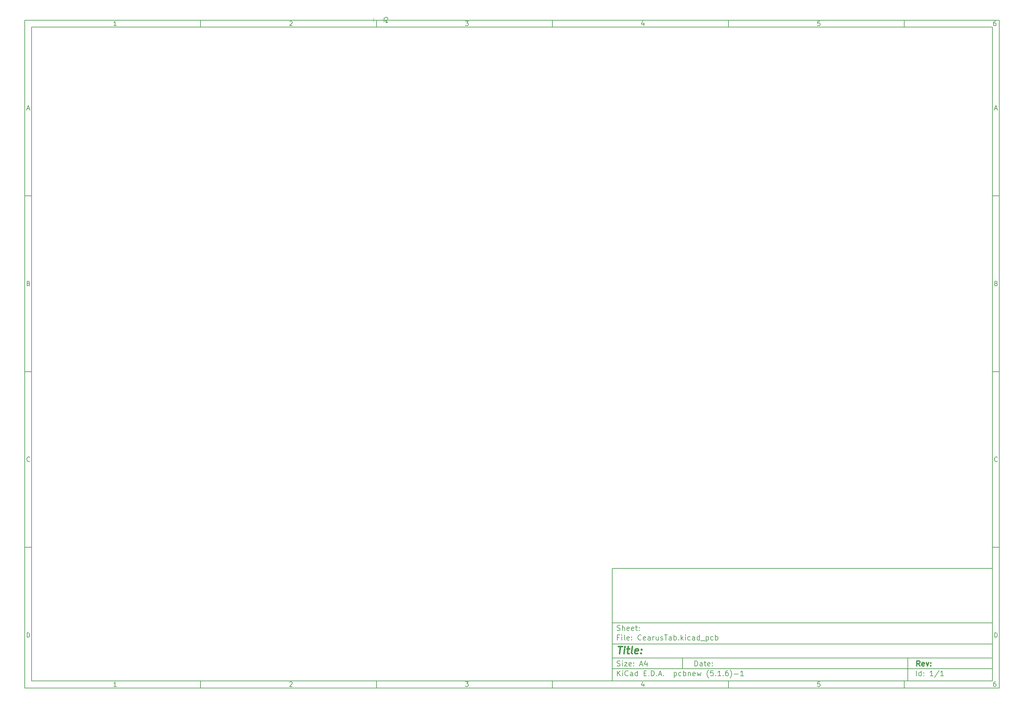
<source format=gbr>
%TF.GenerationSoftware,KiCad,Pcbnew,(5.1.6)-1*%
%TF.CreationDate,2021-02-12T14:30:02+03:00*%
%TF.ProjectId,CearusTab,43656172-7573-4546-9162-2e6b69636164,rev?*%
%TF.SameCoordinates,Original*%
%TF.FileFunction,Legend,Bot*%
%TF.FilePolarity,Positive*%
%FSLAX46Y46*%
G04 Gerber Fmt 4.6, Leading zero omitted, Abs format (unit mm)*
G04 Created by KiCad (PCBNEW (5.1.6)-1) date 2021-02-12 14:30:02*
%MOMM*%
%LPD*%
G01*
G04 APERTURE LIST*
%ADD10C,0.100000*%
%ADD11C,0.150000*%
%ADD12C,0.300000*%
%ADD13C,0.400000*%
%ADD14C,0.120000*%
G04 APERTURE END LIST*
D10*
D11*
X177002200Y-166007200D02*
X177002200Y-198007200D01*
X285002200Y-198007200D01*
X285002200Y-166007200D01*
X177002200Y-166007200D01*
D10*
D11*
X10000000Y-10000000D02*
X10000000Y-200007200D01*
X287002200Y-200007200D01*
X287002200Y-10000000D01*
X10000000Y-10000000D01*
D10*
D11*
X12000000Y-12000000D02*
X12000000Y-198007200D01*
X285002200Y-198007200D01*
X285002200Y-12000000D01*
X12000000Y-12000000D01*
D10*
D11*
X60000000Y-12000000D02*
X60000000Y-10000000D01*
D10*
D11*
X110000000Y-12000000D02*
X110000000Y-10000000D01*
D10*
D11*
X160000000Y-12000000D02*
X160000000Y-10000000D01*
D10*
D11*
X210000000Y-12000000D02*
X210000000Y-10000000D01*
D10*
D11*
X260000000Y-12000000D02*
X260000000Y-10000000D01*
D10*
D11*
X36065476Y-11588095D02*
X35322619Y-11588095D01*
X35694047Y-11588095D02*
X35694047Y-10288095D01*
X35570238Y-10473809D01*
X35446428Y-10597619D01*
X35322619Y-10659523D01*
D10*
D11*
X85322619Y-10411904D02*
X85384523Y-10350000D01*
X85508333Y-10288095D01*
X85817857Y-10288095D01*
X85941666Y-10350000D01*
X86003571Y-10411904D01*
X86065476Y-10535714D01*
X86065476Y-10659523D01*
X86003571Y-10845238D01*
X85260714Y-11588095D01*
X86065476Y-11588095D01*
D10*
D11*
X135260714Y-10288095D02*
X136065476Y-10288095D01*
X135632142Y-10783333D01*
X135817857Y-10783333D01*
X135941666Y-10845238D01*
X136003571Y-10907142D01*
X136065476Y-11030952D01*
X136065476Y-11340476D01*
X136003571Y-11464285D01*
X135941666Y-11526190D01*
X135817857Y-11588095D01*
X135446428Y-11588095D01*
X135322619Y-11526190D01*
X135260714Y-11464285D01*
D10*
D11*
X185941666Y-10721428D02*
X185941666Y-11588095D01*
X185632142Y-10226190D02*
X185322619Y-11154761D01*
X186127380Y-11154761D01*
D10*
D11*
X236003571Y-10288095D02*
X235384523Y-10288095D01*
X235322619Y-10907142D01*
X235384523Y-10845238D01*
X235508333Y-10783333D01*
X235817857Y-10783333D01*
X235941666Y-10845238D01*
X236003571Y-10907142D01*
X236065476Y-11030952D01*
X236065476Y-11340476D01*
X236003571Y-11464285D01*
X235941666Y-11526190D01*
X235817857Y-11588095D01*
X235508333Y-11588095D01*
X235384523Y-11526190D01*
X235322619Y-11464285D01*
D10*
D11*
X285941666Y-10288095D02*
X285694047Y-10288095D01*
X285570238Y-10350000D01*
X285508333Y-10411904D01*
X285384523Y-10597619D01*
X285322619Y-10845238D01*
X285322619Y-11340476D01*
X285384523Y-11464285D01*
X285446428Y-11526190D01*
X285570238Y-11588095D01*
X285817857Y-11588095D01*
X285941666Y-11526190D01*
X286003571Y-11464285D01*
X286065476Y-11340476D01*
X286065476Y-11030952D01*
X286003571Y-10907142D01*
X285941666Y-10845238D01*
X285817857Y-10783333D01*
X285570238Y-10783333D01*
X285446428Y-10845238D01*
X285384523Y-10907142D01*
X285322619Y-11030952D01*
D10*
D11*
X60000000Y-198007200D02*
X60000000Y-200007200D01*
D10*
D11*
X110000000Y-198007200D02*
X110000000Y-200007200D01*
D10*
D11*
X160000000Y-198007200D02*
X160000000Y-200007200D01*
D10*
D11*
X210000000Y-198007200D02*
X210000000Y-200007200D01*
D10*
D11*
X260000000Y-198007200D02*
X260000000Y-200007200D01*
D10*
D11*
X36065476Y-199595295D02*
X35322619Y-199595295D01*
X35694047Y-199595295D02*
X35694047Y-198295295D01*
X35570238Y-198481009D01*
X35446428Y-198604819D01*
X35322619Y-198666723D01*
D10*
D11*
X85322619Y-198419104D02*
X85384523Y-198357200D01*
X85508333Y-198295295D01*
X85817857Y-198295295D01*
X85941666Y-198357200D01*
X86003571Y-198419104D01*
X86065476Y-198542914D01*
X86065476Y-198666723D01*
X86003571Y-198852438D01*
X85260714Y-199595295D01*
X86065476Y-199595295D01*
D10*
D11*
X135260714Y-198295295D02*
X136065476Y-198295295D01*
X135632142Y-198790533D01*
X135817857Y-198790533D01*
X135941666Y-198852438D01*
X136003571Y-198914342D01*
X136065476Y-199038152D01*
X136065476Y-199347676D01*
X136003571Y-199471485D01*
X135941666Y-199533390D01*
X135817857Y-199595295D01*
X135446428Y-199595295D01*
X135322619Y-199533390D01*
X135260714Y-199471485D01*
D10*
D11*
X185941666Y-198728628D02*
X185941666Y-199595295D01*
X185632142Y-198233390D02*
X185322619Y-199161961D01*
X186127380Y-199161961D01*
D10*
D11*
X236003571Y-198295295D02*
X235384523Y-198295295D01*
X235322619Y-198914342D01*
X235384523Y-198852438D01*
X235508333Y-198790533D01*
X235817857Y-198790533D01*
X235941666Y-198852438D01*
X236003571Y-198914342D01*
X236065476Y-199038152D01*
X236065476Y-199347676D01*
X236003571Y-199471485D01*
X235941666Y-199533390D01*
X235817857Y-199595295D01*
X235508333Y-199595295D01*
X235384523Y-199533390D01*
X235322619Y-199471485D01*
D10*
D11*
X285941666Y-198295295D02*
X285694047Y-198295295D01*
X285570238Y-198357200D01*
X285508333Y-198419104D01*
X285384523Y-198604819D01*
X285322619Y-198852438D01*
X285322619Y-199347676D01*
X285384523Y-199471485D01*
X285446428Y-199533390D01*
X285570238Y-199595295D01*
X285817857Y-199595295D01*
X285941666Y-199533390D01*
X286003571Y-199471485D01*
X286065476Y-199347676D01*
X286065476Y-199038152D01*
X286003571Y-198914342D01*
X285941666Y-198852438D01*
X285817857Y-198790533D01*
X285570238Y-198790533D01*
X285446428Y-198852438D01*
X285384523Y-198914342D01*
X285322619Y-199038152D01*
D10*
D11*
X10000000Y-60000000D02*
X12000000Y-60000000D01*
D10*
D11*
X10000000Y-110000000D02*
X12000000Y-110000000D01*
D10*
D11*
X10000000Y-160000000D02*
X12000000Y-160000000D01*
D10*
D11*
X10690476Y-35216666D02*
X11309523Y-35216666D01*
X10566666Y-35588095D02*
X11000000Y-34288095D01*
X11433333Y-35588095D01*
D10*
D11*
X11092857Y-84907142D02*
X11278571Y-84969047D01*
X11340476Y-85030952D01*
X11402380Y-85154761D01*
X11402380Y-85340476D01*
X11340476Y-85464285D01*
X11278571Y-85526190D01*
X11154761Y-85588095D01*
X10659523Y-85588095D01*
X10659523Y-84288095D01*
X11092857Y-84288095D01*
X11216666Y-84350000D01*
X11278571Y-84411904D01*
X11340476Y-84535714D01*
X11340476Y-84659523D01*
X11278571Y-84783333D01*
X11216666Y-84845238D01*
X11092857Y-84907142D01*
X10659523Y-84907142D01*
D10*
D11*
X11402380Y-135464285D02*
X11340476Y-135526190D01*
X11154761Y-135588095D01*
X11030952Y-135588095D01*
X10845238Y-135526190D01*
X10721428Y-135402380D01*
X10659523Y-135278571D01*
X10597619Y-135030952D01*
X10597619Y-134845238D01*
X10659523Y-134597619D01*
X10721428Y-134473809D01*
X10845238Y-134350000D01*
X11030952Y-134288095D01*
X11154761Y-134288095D01*
X11340476Y-134350000D01*
X11402380Y-134411904D01*
D10*
D11*
X10659523Y-185588095D02*
X10659523Y-184288095D01*
X10969047Y-184288095D01*
X11154761Y-184350000D01*
X11278571Y-184473809D01*
X11340476Y-184597619D01*
X11402380Y-184845238D01*
X11402380Y-185030952D01*
X11340476Y-185278571D01*
X11278571Y-185402380D01*
X11154761Y-185526190D01*
X10969047Y-185588095D01*
X10659523Y-185588095D01*
D10*
D11*
X287002200Y-60000000D02*
X285002200Y-60000000D01*
D10*
D11*
X287002200Y-110000000D02*
X285002200Y-110000000D01*
D10*
D11*
X287002200Y-160000000D02*
X285002200Y-160000000D01*
D10*
D11*
X285692676Y-35216666D02*
X286311723Y-35216666D01*
X285568866Y-35588095D02*
X286002200Y-34288095D01*
X286435533Y-35588095D01*
D10*
D11*
X286095057Y-84907142D02*
X286280771Y-84969047D01*
X286342676Y-85030952D01*
X286404580Y-85154761D01*
X286404580Y-85340476D01*
X286342676Y-85464285D01*
X286280771Y-85526190D01*
X286156961Y-85588095D01*
X285661723Y-85588095D01*
X285661723Y-84288095D01*
X286095057Y-84288095D01*
X286218866Y-84350000D01*
X286280771Y-84411904D01*
X286342676Y-84535714D01*
X286342676Y-84659523D01*
X286280771Y-84783333D01*
X286218866Y-84845238D01*
X286095057Y-84907142D01*
X285661723Y-84907142D01*
D10*
D11*
X286404580Y-135464285D02*
X286342676Y-135526190D01*
X286156961Y-135588095D01*
X286033152Y-135588095D01*
X285847438Y-135526190D01*
X285723628Y-135402380D01*
X285661723Y-135278571D01*
X285599819Y-135030952D01*
X285599819Y-134845238D01*
X285661723Y-134597619D01*
X285723628Y-134473809D01*
X285847438Y-134350000D01*
X286033152Y-134288095D01*
X286156961Y-134288095D01*
X286342676Y-134350000D01*
X286404580Y-134411904D01*
D10*
D11*
X285661723Y-185588095D02*
X285661723Y-184288095D01*
X285971247Y-184288095D01*
X286156961Y-184350000D01*
X286280771Y-184473809D01*
X286342676Y-184597619D01*
X286404580Y-184845238D01*
X286404580Y-185030952D01*
X286342676Y-185278571D01*
X286280771Y-185402380D01*
X286156961Y-185526190D01*
X285971247Y-185588095D01*
X285661723Y-185588095D01*
D10*
D11*
X200434342Y-193785771D02*
X200434342Y-192285771D01*
X200791485Y-192285771D01*
X201005771Y-192357200D01*
X201148628Y-192500057D01*
X201220057Y-192642914D01*
X201291485Y-192928628D01*
X201291485Y-193142914D01*
X201220057Y-193428628D01*
X201148628Y-193571485D01*
X201005771Y-193714342D01*
X200791485Y-193785771D01*
X200434342Y-193785771D01*
X202577200Y-193785771D02*
X202577200Y-193000057D01*
X202505771Y-192857200D01*
X202362914Y-192785771D01*
X202077200Y-192785771D01*
X201934342Y-192857200D01*
X202577200Y-193714342D02*
X202434342Y-193785771D01*
X202077200Y-193785771D01*
X201934342Y-193714342D01*
X201862914Y-193571485D01*
X201862914Y-193428628D01*
X201934342Y-193285771D01*
X202077200Y-193214342D01*
X202434342Y-193214342D01*
X202577200Y-193142914D01*
X203077200Y-192785771D02*
X203648628Y-192785771D01*
X203291485Y-192285771D02*
X203291485Y-193571485D01*
X203362914Y-193714342D01*
X203505771Y-193785771D01*
X203648628Y-193785771D01*
X204720057Y-193714342D02*
X204577200Y-193785771D01*
X204291485Y-193785771D01*
X204148628Y-193714342D01*
X204077200Y-193571485D01*
X204077200Y-193000057D01*
X204148628Y-192857200D01*
X204291485Y-192785771D01*
X204577200Y-192785771D01*
X204720057Y-192857200D01*
X204791485Y-193000057D01*
X204791485Y-193142914D01*
X204077200Y-193285771D01*
X205434342Y-193642914D02*
X205505771Y-193714342D01*
X205434342Y-193785771D01*
X205362914Y-193714342D01*
X205434342Y-193642914D01*
X205434342Y-193785771D01*
X205434342Y-192857200D02*
X205505771Y-192928628D01*
X205434342Y-193000057D01*
X205362914Y-192928628D01*
X205434342Y-192857200D01*
X205434342Y-193000057D01*
D10*
D11*
X177002200Y-194507200D02*
X285002200Y-194507200D01*
D10*
D11*
X178434342Y-196585771D02*
X178434342Y-195085771D01*
X179291485Y-196585771D02*
X178648628Y-195728628D01*
X179291485Y-195085771D02*
X178434342Y-195942914D01*
X179934342Y-196585771D02*
X179934342Y-195585771D01*
X179934342Y-195085771D02*
X179862914Y-195157200D01*
X179934342Y-195228628D01*
X180005771Y-195157200D01*
X179934342Y-195085771D01*
X179934342Y-195228628D01*
X181505771Y-196442914D02*
X181434342Y-196514342D01*
X181220057Y-196585771D01*
X181077200Y-196585771D01*
X180862914Y-196514342D01*
X180720057Y-196371485D01*
X180648628Y-196228628D01*
X180577200Y-195942914D01*
X180577200Y-195728628D01*
X180648628Y-195442914D01*
X180720057Y-195300057D01*
X180862914Y-195157200D01*
X181077200Y-195085771D01*
X181220057Y-195085771D01*
X181434342Y-195157200D01*
X181505771Y-195228628D01*
X182791485Y-196585771D02*
X182791485Y-195800057D01*
X182720057Y-195657200D01*
X182577200Y-195585771D01*
X182291485Y-195585771D01*
X182148628Y-195657200D01*
X182791485Y-196514342D02*
X182648628Y-196585771D01*
X182291485Y-196585771D01*
X182148628Y-196514342D01*
X182077200Y-196371485D01*
X182077200Y-196228628D01*
X182148628Y-196085771D01*
X182291485Y-196014342D01*
X182648628Y-196014342D01*
X182791485Y-195942914D01*
X184148628Y-196585771D02*
X184148628Y-195085771D01*
X184148628Y-196514342D02*
X184005771Y-196585771D01*
X183720057Y-196585771D01*
X183577200Y-196514342D01*
X183505771Y-196442914D01*
X183434342Y-196300057D01*
X183434342Y-195871485D01*
X183505771Y-195728628D01*
X183577200Y-195657200D01*
X183720057Y-195585771D01*
X184005771Y-195585771D01*
X184148628Y-195657200D01*
X186005771Y-195800057D02*
X186505771Y-195800057D01*
X186720057Y-196585771D02*
X186005771Y-196585771D01*
X186005771Y-195085771D01*
X186720057Y-195085771D01*
X187362914Y-196442914D02*
X187434342Y-196514342D01*
X187362914Y-196585771D01*
X187291485Y-196514342D01*
X187362914Y-196442914D01*
X187362914Y-196585771D01*
X188077200Y-196585771D02*
X188077200Y-195085771D01*
X188434342Y-195085771D01*
X188648628Y-195157200D01*
X188791485Y-195300057D01*
X188862914Y-195442914D01*
X188934342Y-195728628D01*
X188934342Y-195942914D01*
X188862914Y-196228628D01*
X188791485Y-196371485D01*
X188648628Y-196514342D01*
X188434342Y-196585771D01*
X188077200Y-196585771D01*
X189577200Y-196442914D02*
X189648628Y-196514342D01*
X189577200Y-196585771D01*
X189505771Y-196514342D01*
X189577200Y-196442914D01*
X189577200Y-196585771D01*
X190220057Y-196157200D02*
X190934342Y-196157200D01*
X190077200Y-196585771D02*
X190577200Y-195085771D01*
X191077200Y-196585771D01*
X191577200Y-196442914D02*
X191648628Y-196514342D01*
X191577200Y-196585771D01*
X191505771Y-196514342D01*
X191577200Y-196442914D01*
X191577200Y-196585771D01*
X194577200Y-195585771D02*
X194577200Y-197085771D01*
X194577200Y-195657200D02*
X194720057Y-195585771D01*
X195005771Y-195585771D01*
X195148628Y-195657200D01*
X195220057Y-195728628D01*
X195291485Y-195871485D01*
X195291485Y-196300057D01*
X195220057Y-196442914D01*
X195148628Y-196514342D01*
X195005771Y-196585771D01*
X194720057Y-196585771D01*
X194577200Y-196514342D01*
X196577200Y-196514342D02*
X196434342Y-196585771D01*
X196148628Y-196585771D01*
X196005771Y-196514342D01*
X195934342Y-196442914D01*
X195862914Y-196300057D01*
X195862914Y-195871485D01*
X195934342Y-195728628D01*
X196005771Y-195657200D01*
X196148628Y-195585771D01*
X196434342Y-195585771D01*
X196577200Y-195657200D01*
X197220057Y-196585771D02*
X197220057Y-195085771D01*
X197220057Y-195657200D02*
X197362914Y-195585771D01*
X197648628Y-195585771D01*
X197791485Y-195657200D01*
X197862914Y-195728628D01*
X197934342Y-195871485D01*
X197934342Y-196300057D01*
X197862914Y-196442914D01*
X197791485Y-196514342D01*
X197648628Y-196585771D01*
X197362914Y-196585771D01*
X197220057Y-196514342D01*
X198577200Y-195585771D02*
X198577200Y-196585771D01*
X198577200Y-195728628D02*
X198648628Y-195657200D01*
X198791485Y-195585771D01*
X199005771Y-195585771D01*
X199148628Y-195657200D01*
X199220057Y-195800057D01*
X199220057Y-196585771D01*
X200505771Y-196514342D02*
X200362914Y-196585771D01*
X200077200Y-196585771D01*
X199934342Y-196514342D01*
X199862914Y-196371485D01*
X199862914Y-195800057D01*
X199934342Y-195657200D01*
X200077200Y-195585771D01*
X200362914Y-195585771D01*
X200505771Y-195657200D01*
X200577200Y-195800057D01*
X200577200Y-195942914D01*
X199862914Y-196085771D01*
X201077200Y-195585771D02*
X201362914Y-196585771D01*
X201648628Y-195871485D01*
X201934342Y-196585771D01*
X202220057Y-195585771D01*
X204362914Y-197157200D02*
X204291485Y-197085771D01*
X204148628Y-196871485D01*
X204077200Y-196728628D01*
X204005771Y-196514342D01*
X203934342Y-196157200D01*
X203934342Y-195871485D01*
X204005771Y-195514342D01*
X204077200Y-195300057D01*
X204148628Y-195157200D01*
X204291485Y-194942914D01*
X204362914Y-194871485D01*
X205648628Y-195085771D02*
X204934342Y-195085771D01*
X204862914Y-195800057D01*
X204934342Y-195728628D01*
X205077200Y-195657200D01*
X205434342Y-195657200D01*
X205577200Y-195728628D01*
X205648628Y-195800057D01*
X205720057Y-195942914D01*
X205720057Y-196300057D01*
X205648628Y-196442914D01*
X205577200Y-196514342D01*
X205434342Y-196585771D01*
X205077200Y-196585771D01*
X204934342Y-196514342D01*
X204862914Y-196442914D01*
X206362914Y-196442914D02*
X206434342Y-196514342D01*
X206362914Y-196585771D01*
X206291485Y-196514342D01*
X206362914Y-196442914D01*
X206362914Y-196585771D01*
X207862914Y-196585771D02*
X207005771Y-196585771D01*
X207434342Y-196585771D02*
X207434342Y-195085771D01*
X207291485Y-195300057D01*
X207148628Y-195442914D01*
X207005771Y-195514342D01*
X208505771Y-196442914D02*
X208577200Y-196514342D01*
X208505771Y-196585771D01*
X208434342Y-196514342D01*
X208505771Y-196442914D01*
X208505771Y-196585771D01*
X209862914Y-195085771D02*
X209577200Y-195085771D01*
X209434342Y-195157200D01*
X209362914Y-195228628D01*
X209220057Y-195442914D01*
X209148628Y-195728628D01*
X209148628Y-196300057D01*
X209220057Y-196442914D01*
X209291485Y-196514342D01*
X209434342Y-196585771D01*
X209720057Y-196585771D01*
X209862914Y-196514342D01*
X209934342Y-196442914D01*
X210005771Y-196300057D01*
X210005771Y-195942914D01*
X209934342Y-195800057D01*
X209862914Y-195728628D01*
X209720057Y-195657200D01*
X209434342Y-195657200D01*
X209291485Y-195728628D01*
X209220057Y-195800057D01*
X209148628Y-195942914D01*
X210505771Y-197157200D02*
X210577200Y-197085771D01*
X210720057Y-196871485D01*
X210791485Y-196728628D01*
X210862914Y-196514342D01*
X210934342Y-196157200D01*
X210934342Y-195871485D01*
X210862914Y-195514342D01*
X210791485Y-195300057D01*
X210720057Y-195157200D01*
X210577200Y-194942914D01*
X210505771Y-194871485D01*
X211648628Y-196014342D02*
X212791485Y-196014342D01*
X214291485Y-196585771D02*
X213434342Y-196585771D01*
X213862914Y-196585771D02*
X213862914Y-195085771D01*
X213720057Y-195300057D01*
X213577200Y-195442914D01*
X213434342Y-195514342D01*
D10*
D11*
X177002200Y-191507200D02*
X285002200Y-191507200D01*
D10*
D12*
X264411485Y-193785771D02*
X263911485Y-193071485D01*
X263554342Y-193785771D02*
X263554342Y-192285771D01*
X264125771Y-192285771D01*
X264268628Y-192357200D01*
X264340057Y-192428628D01*
X264411485Y-192571485D01*
X264411485Y-192785771D01*
X264340057Y-192928628D01*
X264268628Y-193000057D01*
X264125771Y-193071485D01*
X263554342Y-193071485D01*
X265625771Y-193714342D02*
X265482914Y-193785771D01*
X265197200Y-193785771D01*
X265054342Y-193714342D01*
X264982914Y-193571485D01*
X264982914Y-193000057D01*
X265054342Y-192857200D01*
X265197200Y-192785771D01*
X265482914Y-192785771D01*
X265625771Y-192857200D01*
X265697200Y-193000057D01*
X265697200Y-193142914D01*
X264982914Y-193285771D01*
X266197200Y-192785771D02*
X266554342Y-193785771D01*
X266911485Y-192785771D01*
X267482914Y-193642914D02*
X267554342Y-193714342D01*
X267482914Y-193785771D01*
X267411485Y-193714342D01*
X267482914Y-193642914D01*
X267482914Y-193785771D01*
X267482914Y-192857200D02*
X267554342Y-192928628D01*
X267482914Y-193000057D01*
X267411485Y-192928628D01*
X267482914Y-192857200D01*
X267482914Y-193000057D01*
D10*
D11*
X178362914Y-193714342D02*
X178577200Y-193785771D01*
X178934342Y-193785771D01*
X179077200Y-193714342D01*
X179148628Y-193642914D01*
X179220057Y-193500057D01*
X179220057Y-193357200D01*
X179148628Y-193214342D01*
X179077200Y-193142914D01*
X178934342Y-193071485D01*
X178648628Y-193000057D01*
X178505771Y-192928628D01*
X178434342Y-192857200D01*
X178362914Y-192714342D01*
X178362914Y-192571485D01*
X178434342Y-192428628D01*
X178505771Y-192357200D01*
X178648628Y-192285771D01*
X179005771Y-192285771D01*
X179220057Y-192357200D01*
X179862914Y-193785771D02*
X179862914Y-192785771D01*
X179862914Y-192285771D02*
X179791485Y-192357200D01*
X179862914Y-192428628D01*
X179934342Y-192357200D01*
X179862914Y-192285771D01*
X179862914Y-192428628D01*
X180434342Y-192785771D02*
X181220057Y-192785771D01*
X180434342Y-193785771D01*
X181220057Y-193785771D01*
X182362914Y-193714342D02*
X182220057Y-193785771D01*
X181934342Y-193785771D01*
X181791485Y-193714342D01*
X181720057Y-193571485D01*
X181720057Y-193000057D01*
X181791485Y-192857200D01*
X181934342Y-192785771D01*
X182220057Y-192785771D01*
X182362914Y-192857200D01*
X182434342Y-193000057D01*
X182434342Y-193142914D01*
X181720057Y-193285771D01*
X183077200Y-193642914D02*
X183148628Y-193714342D01*
X183077200Y-193785771D01*
X183005771Y-193714342D01*
X183077200Y-193642914D01*
X183077200Y-193785771D01*
X183077200Y-192857200D02*
X183148628Y-192928628D01*
X183077200Y-193000057D01*
X183005771Y-192928628D01*
X183077200Y-192857200D01*
X183077200Y-193000057D01*
X184862914Y-193357200D02*
X185577200Y-193357200D01*
X184720057Y-193785771D02*
X185220057Y-192285771D01*
X185720057Y-193785771D01*
X186862914Y-192785771D02*
X186862914Y-193785771D01*
X186505771Y-192214342D02*
X186148628Y-193285771D01*
X187077200Y-193285771D01*
D10*
D11*
X263434342Y-196585771D02*
X263434342Y-195085771D01*
X264791485Y-196585771D02*
X264791485Y-195085771D01*
X264791485Y-196514342D02*
X264648628Y-196585771D01*
X264362914Y-196585771D01*
X264220057Y-196514342D01*
X264148628Y-196442914D01*
X264077200Y-196300057D01*
X264077200Y-195871485D01*
X264148628Y-195728628D01*
X264220057Y-195657200D01*
X264362914Y-195585771D01*
X264648628Y-195585771D01*
X264791485Y-195657200D01*
X265505771Y-196442914D02*
X265577200Y-196514342D01*
X265505771Y-196585771D01*
X265434342Y-196514342D01*
X265505771Y-196442914D01*
X265505771Y-196585771D01*
X265505771Y-195657200D02*
X265577200Y-195728628D01*
X265505771Y-195800057D01*
X265434342Y-195728628D01*
X265505771Y-195657200D01*
X265505771Y-195800057D01*
X268148628Y-196585771D02*
X267291485Y-196585771D01*
X267720057Y-196585771D02*
X267720057Y-195085771D01*
X267577200Y-195300057D01*
X267434342Y-195442914D01*
X267291485Y-195514342D01*
X269862914Y-195014342D02*
X268577200Y-196942914D01*
X271148628Y-196585771D02*
X270291485Y-196585771D01*
X270720057Y-196585771D02*
X270720057Y-195085771D01*
X270577200Y-195300057D01*
X270434342Y-195442914D01*
X270291485Y-195514342D01*
D10*
D11*
X177002200Y-187507200D02*
X285002200Y-187507200D01*
D10*
D13*
X178714580Y-188211961D02*
X179857438Y-188211961D01*
X179036009Y-190211961D02*
X179286009Y-188211961D01*
X180274104Y-190211961D02*
X180440771Y-188878628D01*
X180524104Y-188211961D02*
X180416961Y-188307200D01*
X180500295Y-188402438D01*
X180607438Y-188307200D01*
X180524104Y-188211961D01*
X180500295Y-188402438D01*
X181107438Y-188878628D02*
X181869342Y-188878628D01*
X181476485Y-188211961D02*
X181262200Y-189926247D01*
X181333628Y-190116723D01*
X181512200Y-190211961D01*
X181702676Y-190211961D01*
X182655057Y-190211961D02*
X182476485Y-190116723D01*
X182405057Y-189926247D01*
X182619342Y-188211961D01*
X184190771Y-190116723D02*
X183988390Y-190211961D01*
X183607438Y-190211961D01*
X183428866Y-190116723D01*
X183357438Y-189926247D01*
X183452676Y-189164342D01*
X183571723Y-188973866D01*
X183774104Y-188878628D01*
X184155057Y-188878628D01*
X184333628Y-188973866D01*
X184405057Y-189164342D01*
X184381247Y-189354819D01*
X183405057Y-189545295D01*
X185155057Y-190021485D02*
X185238390Y-190116723D01*
X185131247Y-190211961D01*
X185047914Y-190116723D01*
X185155057Y-190021485D01*
X185131247Y-190211961D01*
X185286009Y-188973866D02*
X185369342Y-189069104D01*
X185262200Y-189164342D01*
X185178866Y-189069104D01*
X185286009Y-188973866D01*
X185262200Y-189164342D01*
D10*
D11*
X178934342Y-185600057D02*
X178434342Y-185600057D01*
X178434342Y-186385771D02*
X178434342Y-184885771D01*
X179148628Y-184885771D01*
X179720057Y-186385771D02*
X179720057Y-185385771D01*
X179720057Y-184885771D02*
X179648628Y-184957200D01*
X179720057Y-185028628D01*
X179791485Y-184957200D01*
X179720057Y-184885771D01*
X179720057Y-185028628D01*
X180648628Y-186385771D02*
X180505771Y-186314342D01*
X180434342Y-186171485D01*
X180434342Y-184885771D01*
X181791485Y-186314342D02*
X181648628Y-186385771D01*
X181362914Y-186385771D01*
X181220057Y-186314342D01*
X181148628Y-186171485D01*
X181148628Y-185600057D01*
X181220057Y-185457200D01*
X181362914Y-185385771D01*
X181648628Y-185385771D01*
X181791485Y-185457200D01*
X181862914Y-185600057D01*
X181862914Y-185742914D01*
X181148628Y-185885771D01*
X182505771Y-186242914D02*
X182577200Y-186314342D01*
X182505771Y-186385771D01*
X182434342Y-186314342D01*
X182505771Y-186242914D01*
X182505771Y-186385771D01*
X182505771Y-185457200D02*
X182577200Y-185528628D01*
X182505771Y-185600057D01*
X182434342Y-185528628D01*
X182505771Y-185457200D01*
X182505771Y-185600057D01*
X185220057Y-186242914D02*
X185148628Y-186314342D01*
X184934342Y-186385771D01*
X184791485Y-186385771D01*
X184577200Y-186314342D01*
X184434342Y-186171485D01*
X184362914Y-186028628D01*
X184291485Y-185742914D01*
X184291485Y-185528628D01*
X184362914Y-185242914D01*
X184434342Y-185100057D01*
X184577200Y-184957200D01*
X184791485Y-184885771D01*
X184934342Y-184885771D01*
X185148628Y-184957200D01*
X185220057Y-185028628D01*
X186434342Y-186314342D02*
X186291485Y-186385771D01*
X186005771Y-186385771D01*
X185862914Y-186314342D01*
X185791485Y-186171485D01*
X185791485Y-185600057D01*
X185862914Y-185457200D01*
X186005771Y-185385771D01*
X186291485Y-185385771D01*
X186434342Y-185457200D01*
X186505771Y-185600057D01*
X186505771Y-185742914D01*
X185791485Y-185885771D01*
X187791485Y-186385771D02*
X187791485Y-185600057D01*
X187720057Y-185457200D01*
X187577200Y-185385771D01*
X187291485Y-185385771D01*
X187148628Y-185457200D01*
X187791485Y-186314342D02*
X187648628Y-186385771D01*
X187291485Y-186385771D01*
X187148628Y-186314342D01*
X187077200Y-186171485D01*
X187077200Y-186028628D01*
X187148628Y-185885771D01*
X187291485Y-185814342D01*
X187648628Y-185814342D01*
X187791485Y-185742914D01*
X188505771Y-186385771D02*
X188505771Y-185385771D01*
X188505771Y-185671485D02*
X188577200Y-185528628D01*
X188648628Y-185457200D01*
X188791485Y-185385771D01*
X188934342Y-185385771D01*
X190077200Y-185385771D02*
X190077200Y-186385771D01*
X189434342Y-185385771D02*
X189434342Y-186171485D01*
X189505771Y-186314342D01*
X189648628Y-186385771D01*
X189862914Y-186385771D01*
X190005771Y-186314342D01*
X190077200Y-186242914D01*
X190720057Y-186314342D02*
X190862914Y-186385771D01*
X191148628Y-186385771D01*
X191291485Y-186314342D01*
X191362914Y-186171485D01*
X191362914Y-186100057D01*
X191291485Y-185957200D01*
X191148628Y-185885771D01*
X190934342Y-185885771D01*
X190791485Y-185814342D01*
X190720057Y-185671485D01*
X190720057Y-185600057D01*
X190791485Y-185457200D01*
X190934342Y-185385771D01*
X191148628Y-185385771D01*
X191291485Y-185457200D01*
X191791485Y-184885771D02*
X192648628Y-184885771D01*
X192220057Y-186385771D02*
X192220057Y-184885771D01*
X193791485Y-186385771D02*
X193791485Y-185600057D01*
X193720057Y-185457200D01*
X193577200Y-185385771D01*
X193291485Y-185385771D01*
X193148628Y-185457200D01*
X193791485Y-186314342D02*
X193648628Y-186385771D01*
X193291485Y-186385771D01*
X193148628Y-186314342D01*
X193077200Y-186171485D01*
X193077200Y-186028628D01*
X193148628Y-185885771D01*
X193291485Y-185814342D01*
X193648628Y-185814342D01*
X193791485Y-185742914D01*
X194505771Y-186385771D02*
X194505771Y-184885771D01*
X194505771Y-185457200D02*
X194648628Y-185385771D01*
X194934342Y-185385771D01*
X195077200Y-185457200D01*
X195148628Y-185528628D01*
X195220057Y-185671485D01*
X195220057Y-186100057D01*
X195148628Y-186242914D01*
X195077200Y-186314342D01*
X194934342Y-186385771D01*
X194648628Y-186385771D01*
X194505771Y-186314342D01*
X195862914Y-186242914D02*
X195934342Y-186314342D01*
X195862914Y-186385771D01*
X195791485Y-186314342D01*
X195862914Y-186242914D01*
X195862914Y-186385771D01*
X196577200Y-186385771D02*
X196577200Y-184885771D01*
X196720057Y-185814342D02*
X197148628Y-186385771D01*
X197148628Y-185385771D02*
X196577200Y-185957200D01*
X197791485Y-186385771D02*
X197791485Y-185385771D01*
X197791485Y-184885771D02*
X197720057Y-184957200D01*
X197791485Y-185028628D01*
X197862914Y-184957200D01*
X197791485Y-184885771D01*
X197791485Y-185028628D01*
X199148628Y-186314342D02*
X199005771Y-186385771D01*
X198720057Y-186385771D01*
X198577200Y-186314342D01*
X198505771Y-186242914D01*
X198434342Y-186100057D01*
X198434342Y-185671485D01*
X198505771Y-185528628D01*
X198577200Y-185457200D01*
X198720057Y-185385771D01*
X199005771Y-185385771D01*
X199148628Y-185457200D01*
X200434342Y-186385771D02*
X200434342Y-185600057D01*
X200362914Y-185457200D01*
X200220057Y-185385771D01*
X199934342Y-185385771D01*
X199791485Y-185457200D01*
X200434342Y-186314342D02*
X200291485Y-186385771D01*
X199934342Y-186385771D01*
X199791485Y-186314342D01*
X199720057Y-186171485D01*
X199720057Y-186028628D01*
X199791485Y-185885771D01*
X199934342Y-185814342D01*
X200291485Y-185814342D01*
X200434342Y-185742914D01*
X201791485Y-186385771D02*
X201791485Y-184885771D01*
X201791485Y-186314342D02*
X201648628Y-186385771D01*
X201362914Y-186385771D01*
X201220057Y-186314342D01*
X201148628Y-186242914D01*
X201077200Y-186100057D01*
X201077200Y-185671485D01*
X201148628Y-185528628D01*
X201220057Y-185457200D01*
X201362914Y-185385771D01*
X201648628Y-185385771D01*
X201791485Y-185457200D01*
X202148628Y-186528628D02*
X203291485Y-186528628D01*
X203648628Y-185385771D02*
X203648628Y-186885771D01*
X203648628Y-185457200D02*
X203791485Y-185385771D01*
X204077200Y-185385771D01*
X204220057Y-185457200D01*
X204291485Y-185528628D01*
X204362914Y-185671485D01*
X204362914Y-186100057D01*
X204291485Y-186242914D01*
X204220057Y-186314342D01*
X204077200Y-186385771D01*
X203791485Y-186385771D01*
X203648628Y-186314342D01*
X205648628Y-186314342D02*
X205505771Y-186385771D01*
X205220057Y-186385771D01*
X205077200Y-186314342D01*
X205005771Y-186242914D01*
X204934342Y-186100057D01*
X204934342Y-185671485D01*
X205005771Y-185528628D01*
X205077200Y-185457200D01*
X205220057Y-185385771D01*
X205505771Y-185385771D01*
X205648628Y-185457200D01*
X206291485Y-186385771D02*
X206291485Y-184885771D01*
X206291485Y-185457200D02*
X206434342Y-185385771D01*
X206720057Y-185385771D01*
X206862914Y-185457200D01*
X206934342Y-185528628D01*
X207005771Y-185671485D01*
X207005771Y-186100057D01*
X206934342Y-186242914D01*
X206862914Y-186314342D01*
X206720057Y-186385771D01*
X206434342Y-186385771D01*
X206291485Y-186314342D01*
D10*
D11*
X177002200Y-181507200D02*
X285002200Y-181507200D01*
D10*
D11*
X178362914Y-183614342D02*
X178577200Y-183685771D01*
X178934342Y-183685771D01*
X179077200Y-183614342D01*
X179148628Y-183542914D01*
X179220057Y-183400057D01*
X179220057Y-183257200D01*
X179148628Y-183114342D01*
X179077200Y-183042914D01*
X178934342Y-182971485D01*
X178648628Y-182900057D01*
X178505771Y-182828628D01*
X178434342Y-182757200D01*
X178362914Y-182614342D01*
X178362914Y-182471485D01*
X178434342Y-182328628D01*
X178505771Y-182257200D01*
X178648628Y-182185771D01*
X179005771Y-182185771D01*
X179220057Y-182257200D01*
X179862914Y-183685771D02*
X179862914Y-182185771D01*
X180505771Y-183685771D02*
X180505771Y-182900057D01*
X180434342Y-182757200D01*
X180291485Y-182685771D01*
X180077200Y-182685771D01*
X179934342Y-182757200D01*
X179862914Y-182828628D01*
X181791485Y-183614342D02*
X181648628Y-183685771D01*
X181362914Y-183685771D01*
X181220057Y-183614342D01*
X181148628Y-183471485D01*
X181148628Y-182900057D01*
X181220057Y-182757200D01*
X181362914Y-182685771D01*
X181648628Y-182685771D01*
X181791485Y-182757200D01*
X181862914Y-182900057D01*
X181862914Y-183042914D01*
X181148628Y-183185771D01*
X183077200Y-183614342D02*
X182934342Y-183685771D01*
X182648628Y-183685771D01*
X182505771Y-183614342D01*
X182434342Y-183471485D01*
X182434342Y-182900057D01*
X182505771Y-182757200D01*
X182648628Y-182685771D01*
X182934342Y-182685771D01*
X183077200Y-182757200D01*
X183148628Y-182900057D01*
X183148628Y-183042914D01*
X182434342Y-183185771D01*
X183577200Y-182685771D02*
X184148628Y-182685771D01*
X183791485Y-182185771D02*
X183791485Y-183471485D01*
X183862914Y-183614342D01*
X184005771Y-183685771D01*
X184148628Y-183685771D01*
X184648628Y-183542914D02*
X184720057Y-183614342D01*
X184648628Y-183685771D01*
X184577200Y-183614342D01*
X184648628Y-183542914D01*
X184648628Y-183685771D01*
X184648628Y-182757200D02*
X184720057Y-182828628D01*
X184648628Y-182900057D01*
X184577200Y-182828628D01*
X184648628Y-182757200D01*
X184648628Y-182900057D01*
D10*
D11*
X197002200Y-191507200D02*
X197002200Y-194507200D01*
D10*
D11*
X261002200Y-191507200D02*
X261002200Y-198007200D01*
D14*
%TO.C,C4*%
X109130000Y-10544564D02*
X109130000Y-9340436D01*
X111850000Y-10544564D02*
X111850000Y-9340436D01*
D11*
X113127142Y-9775833D02*
X113174761Y-9728214D01*
X113222380Y-9585357D01*
X113222380Y-9490119D01*
X113174761Y-9347261D01*
X113079523Y-9252023D01*
X112984285Y-9204404D01*
X112793809Y-9156785D01*
X112650952Y-9156785D01*
X112460476Y-9204404D01*
X112365238Y-9252023D01*
X112270000Y-9347261D01*
X112222380Y-9490119D01*
X112222380Y-9585357D01*
X112270000Y-9728214D01*
X112317619Y-9775833D01*
X112555714Y-10632976D02*
X113222380Y-10632976D01*
X112174761Y-10394880D02*
X112889047Y-10156785D01*
X112889047Y-10775833D01*
%TD*%
M02*

</source>
